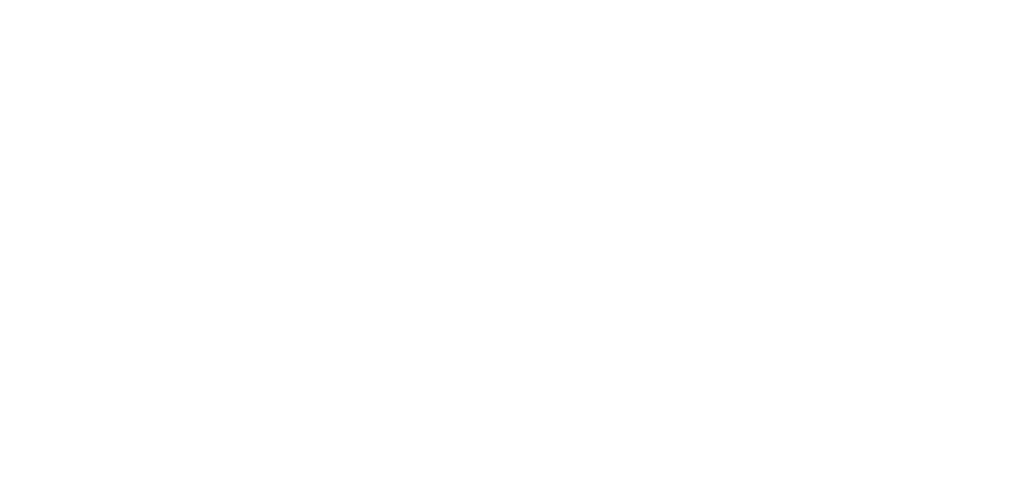
<source format=kicad_pcb>
(kicad_pcb (version 4) (host pcbnew 4.0.5-e0-6337~49~ubuntu16.04.1)

  (general
    (links 0)
    (no_connects 0)
    (area 104.572999 74.854999 178.510001 123.265001)
    (thickness 1.6)
    (drawings 1)
    (tracks 0)
    (zones 0)
    (modules 0)
    (nets 1)
  )

  (page USLetter)
  (title_block
    (title "2x3 Speaker 11mm Pitch Module")
    (date "17 Mar 2017")
    (rev "1.0")
    (company "All rights reserved.")
    (comment 1 "help@browndoggadgets.com")
    (comment 2 "http://browndoggadgets.com/")
    (comment 3 "Brown Dog Gadgets")
  )

  (layers
    (0 F.Cu signal)
    (31 B.Cu signal)
    (34 B.Paste user)
    (35 F.Paste user)
    (36 B.SilkS user)
    (37 F.SilkS user)
    (38 B.Mask user)
    (39 F.Mask user)
    (40 Dwgs.User user)
    (44 Edge.Cuts user)
    (46 B.CrtYd user)
    (47 F.CrtYd user)
    (48 B.Fab user)
    (49 F.Fab user)
  )

  (setup
    (last_trace_width 0.254)
    (user_trace_width 0.1524)
    (user_trace_width 0.254)
    (user_trace_width 0.3302)
    (user_trace_width 0.508)
    (user_trace_width 0.762)
    (user_trace_width 1.27)
    (trace_clearance 0.254)
    (zone_clearance 0.508)
    (zone_45_only no)
    (trace_min 0.1524)
    (segment_width 0.1524)
    (edge_width 0.1524)
    (via_size 0.6858)
    (via_drill 0.3302)
    (via_min_size 0.6858)
    (via_min_drill 0.3302)
    (user_via 0.6858 0.3302)
    (user_via 0.762 0.4064)
    (user_via 0.8636 0.508)
    (uvia_size 0.6858)
    (uvia_drill 0.3302)
    (uvias_allowed no)
    (uvia_min_size 0)
    (uvia_min_drill 0)
    (pcb_text_width 0.1524)
    (pcb_text_size 1.016 1.016)
    (mod_edge_width 0.1524)
    (mod_text_size 1.016 1.016)
    (mod_text_width 0.1524)
    (pad_size 1.524 1.524)
    (pad_drill 0.762)
    (pad_to_mask_clearance 0.0762)
    (solder_mask_min_width 0.1016)
    (pad_to_paste_clearance -0.0762)
    (aux_axis_origin 0 0)
    (visible_elements FFFEDF7D)
    (pcbplotparams
      (layerselection 0x310fc_80000001)
      (usegerberextensions true)
      (excludeedgelayer true)
      (linewidth 0.100000)
      (plotframeref false)
      (viasonmask false)
      (mode 1)
      (useauxorigin false)
      (hpglpennumber 1)
      (hpglpenspeed 20)
      (hpglpendiameter 15)
      (hpglpenoverlay 2)
      (psnegative false)
      (psa4output false)
      (plotreference true)
      (plotvalue true)
      (plotinvisibletext false)
      (padsonsilk false)
      (subtractmaskfromsilk false)
      (outputformat 1)
      (mirror false)
      (drillshape 0)
      (scaleselection 1)
      (outputdirectory gerbers))
  )

  (net 0 "")

  (net_class Default "This is the default net class."
    (clearance 0.254)
    (trace_width 0.254)
    (via_dia 0.6858)
    (via_drill 0.3302)
    (uvia_dia 0.6858)
    (uvia_drill 0.3302)
  )

  (gr_text "FABRICATION NOTES\n\n1. THIS IS A 2 LAYER BOARD. \n2. EXTERNAL LAYERS SHALL HAVE 1 OZ COPPER.\n3. MATERIAL: FR4 AND 0.062 INCH +/- 10% THICK.\n4. BOARDS SHALL BE ROHS COMPLIANT. \n5. MANUFACTURE IN ACCORDANCE WITH IPC-6012 CLASS 2\n6. MASK: BOTH SIDES OF THE BOARD SHALL HAVE \n   SOLDER MASK (ANY COLOR) OVER BARE COPPER. \n7. SILK: BOTH SIDES OF THE BOARD SHALL HAVE \n   WHITE SILKSCREEN. DO NOT PLACE SILK OVER BARE COPPER.\n8. FINISH: ENIG.\n9. MINIMUM TRACE WIDTH - 0.006 INCH.\n   MINIMUM SPACE - 0.006 INCH.\n   MINIMUM HOLE DIA - 0.013 INCH. \n10. MAX HOLE PLACEMENT TOLERANCE OF +/- 0.003 INCH.\n11. MAX HOLE DIAMETER TOLERANCE OF +/- 0.003 INCH AFTER PLATING." (at 120.3198 68.326) (layer Dwgs.User)
    (effects (font (size 2.54 2.54) (thickness 0.254)) (justify left))
  )

)

</source>
